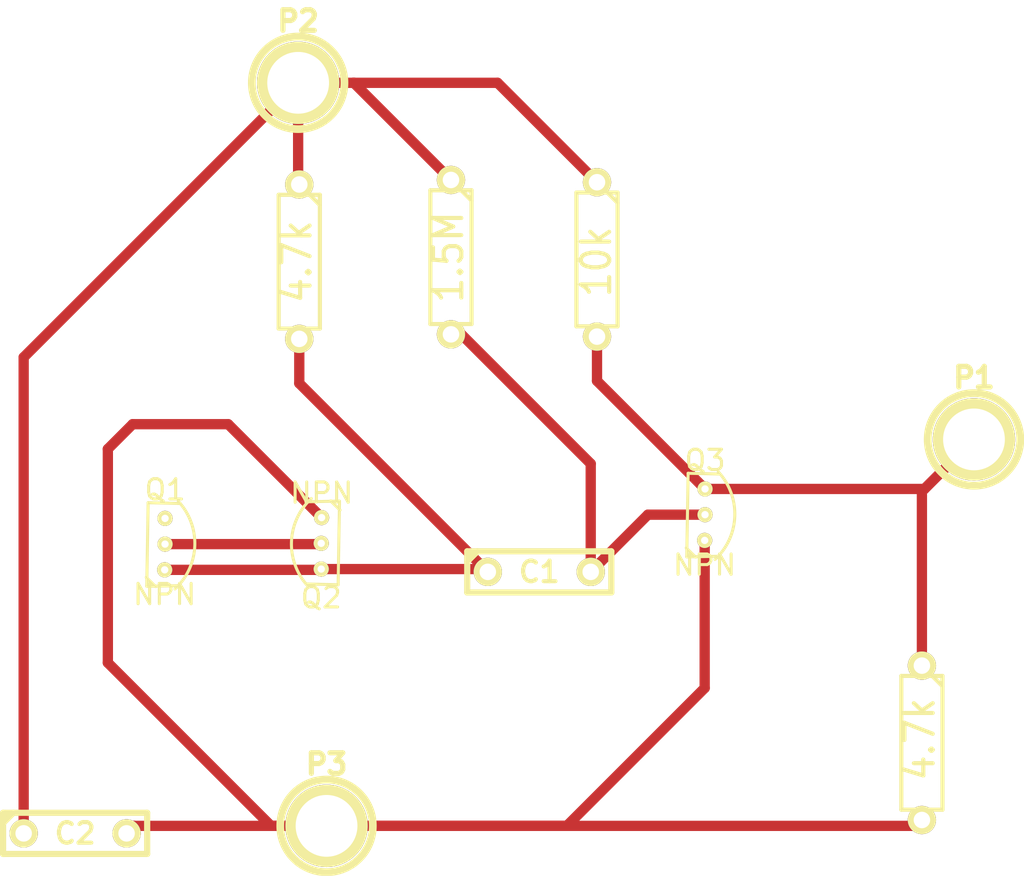
<source format=kicad_pcb>
(kicad_pcb (version 3) (host pcbnew "(2013-07-07 BZR 4022)-stable")

  (general
    (links 17)
    (no_connects 0)
    (area 0 0 0 0)
    (thickness 1.6)
    (drawings 0)
    (tracks 41)
    (zones 0)
    (modules 12)
    (nets 7)
  )

  (page A3)
  (layers
    (15 F.Cu signal)
    (0 B.Cu signal)
    (16 B.Adhes user)
    (17 F.Adhes user)
    (18 B.Paste user)
    (19 F.Paste user)
    (20 B.SilkS user)
    (21 F.SilkS user)
    (22 B.Mask user)
    (23 F.Mask user)
    (24 Dwgs.User user)
    (25 Cmts.User user)
    (26 Eco1.User user)
    (27 Eco2.User user)
    (28 Edge.Cuts user)
  )

  (setup
    (last_trace_width 0.508)
    (trace_clearance 0.254)
    (zone_clearance 0.508)
    (zone_45_only no)
    (trace_min 0.254)
    (segment_width 0.2)
    (edge_width 0.1)
    (via_size 0.889)
    (via_drill 0.635)
    (via_min_size 0.889)
    (via_min_drill 0.508)
    (uvia_size 0.508)
    (uvia_drill 0.127)
    (uvias_allowed no)
    (uvia_min_size 0.508)
    (uvia_min_drill 0.127)
    (pcb_text_width 0.3)
    (pcb_text_size 1.5 1.5)
    (mod_edge_width 0.15)
    (mod_text_size 1 1)
    (mod_text_width 0.15)
    (pad_size 0.75 0.75)
    (pad_drill 0.36)
    (pad_to_mask_clearance 0)
    (aux_axis_origin 0 0)
    (visible_elements FFFFFFBF)
    (pcbplotparams
      (layerselection 3178497)
      (usegerberextensions true)
      (excludeedgelayer true)
      (linewidth 0.150000)
      (plotframeref false)
      (viasonmask false)
      (mode 1)
      (useauxorigin false)
      (hpglpennumber 1)
      (hpglpenspeed 20)
      (hpglpendiameter 15)
      (hpglpenoverlay 2)
      (psnegative false)
      (psa4output false)
      (plotreference true)
      (plotvalue true)
      (plotothertext true)
      (plotinvisibletext false)
      (padsonsilk false)
      (subtractmaskfromsilk false)
      (outputformat 1)
      (mirror false)
      (drillshape 1)
      (scaleselection 1)
      (outputdirectory ""))
  )

  (net 0 "")
  (net 1 N-000001)
  (net 2 N-000002)
  (net 3 N-000003)
  (net 4 N-000004)
  (net 5 N-000006)
  (net 6 N-000007)

  (net_class Default "This is the default net class."
    (clearance 0.254)
    (trace_width 0.508)
    (via_dia 0.889)
    (via_drill 0.635)
    (uvia_dia 0.508)
    (uvia_drill 0.127)
    (add_net "")
    (add_net N-000001)
    (add_net N-000002)
    (add_net N-000003)
    (add_net N-000004)
    (add_net N-000006)
    (add_net N-000007)
  )

  (module R3 (layer F.Cu) (tedit 4E4C0E65) (tstamp 54BF549D)
    (at 195.3006 145.06448 270)
    (descr "Resitance 3 pas")
    (tags R)
    (path /54BF345A)
    (autoplace_cost180 10)
    (fp_text reference R1 (at 0 0.127 270) (layer F.SilkS) hide
      (effects (font (size 1.397 1.27) (thickness 0.2032)))
    )
    (fp_text value 4.7k (at 0 0.127 270) (layer F.SilkS)
      (effects (font (size 1.397 1.27) (thickness 0.2032)))
    )
    (fp_line (start -3.81 0) (end -3.302 0) (layer F.SilkS) (width 0.2032))
    (fp_line (start 3.81 0) (end 3.302 0) (layer F.SilkS) (width 0.2032))
    (fp_line (start 3.302 0) (end 3.302 -1.016) (layer F.SilkS) (width 0.2032))
    (fp_line (start 3.302 -1.016) (end -3.302 -1.016) (layer F.SilkS) (width 0.2032))
    (fp_line (start -3.302 -1.016) (end -3.302 1.016) (layer F.SilkS) (width 0.2032))
    (fp_line (start -3.302 1.016) (end 3.302 1.016) (layer F.SilkS) (width 0.2032))
    (fp_line (start 3.302 1.016) (end 3.302 0) (layer F.SilkS) (width 0.2032))
    (fp_line (start -3.302 -0.508) (end -2.794 -1.016) (layer F.SilkS) (width 0.2032))
    (pad 1 thru_hole circle (at -3.81 0 270) (size 1.397 1.397) (drill 0.8128)
      (layers *.Cu *.Mask F.SilkS)
      (net 6 N-000007)
    )
    (pad 2 thru_hole circle (at 3.81 0 270) (size 1.397 1.397) (drill 0.8128)
      (layers *.Cu *.Mask F.SilkS)
      (net 3 N-000003)
    )
    (model discret/resistor.wrl
      (at (xyz 0 0 0))
      (scale (xyz 0.3 0.3 0.3))
      (rotate (xyz 0 0 0))
    )
  )

  (module R3 (layer F.Cu) (tedit 4E4C0E65) (tstamp 54BF54AB)
    (at 202.78852 144.84096 270)
    (descr "Resitance 3 pas")
    (tags R)
    (path /54BF3493)
    (autoplace_cost180 10)
    (fp_text reference R2 (at 0 0.127 270) (layer F.SilkS) hide
      (effects (font (size 1.397 1.27) (thickness 0.2032)))
    )
    (fp_text value 1.5M (at 0 0.127 270) (layer F.SilkS)
      (effects (font (size 1.397 1.27) (thickness 0.2032)))
    )
    (fp_line (start -3.81 0) (end -3.302 0) (layer F.SilkS) (width 0.2032))
    (fp_line (start 3.81 0) (end 3.302 0) (layer F.SilkS) (width 0.2032))
    (fp_line (start 3.302 0) (end 3.302 -1.016) (layer F.SilkS) (width 0.2032))
    (fp_line (start 3.302 -1.016) (end -3.302 -1.016) (layer F.SilkS) (width 0.2032))
    (fp_line (start -3.302 -1.016) (end -3.302 1.016) (layer F.SilkS) (width 0.2032))
    (fp_line (start -3.302 1.016) (end 3.302 1.016) (layer F.SilkS) (width 0.2032))
    (fp_line (start 3.302 1.016) (end 3.302 0) (layer F.SilkS) (width 0.2032))
    (fp_line (start -3.302 -0.508) (end -2.794 -1.016) (layer F.SilkS) (width 0.2032))
    (pad 1 thru_hole circle (at -3.81 0 270) (size 1.397 1.397) (drill 0.8128)
      (layers *.Cu *.Mask F.SilkS)
      (net 6 N-000007)
    )
    (pad 2 thru_hole circle (at 3.81 0 270) (size 1.397 1.397) (drill 0.8128)
      (layers *.Cu *.Mask F.SilkS)
      (net 4 N-000004)
    )
    (model discret/resistor.wrl
      (at (xyz 0 0 0))
      (scale (xyz 0.3 0.3 0.3))
      (rotate (xyz 0 0 0))
    )
  )

  (module R3 (layer F.Cu) (tedit 54BF3773) (tstamp 54BF54B9)
    (at 209.99704 144.95272 270)
    (descr "Resitance 3 pas")
    (tags R)
    (path /54BF34A2)
    (autoplace_cost180 10)
    (fp_text reference R3 (at 0 0.127 270) (layer F.SilkS) hide
      (effects (font (size 1.397 1.27) (thickness 0.2032)))
    )
    (fp_text value 10k (at 0.11684 0.03556 270) (layer F.SilkS)
      (effects (font (size 1.397 1.27) (thickness 0.2032)))
    )
    (fp_line (start -3.81 0) (end -3.302 0) (layer F.SilkS) (width 0.2032))
    (fp_line (start 3.81 0) (end 3.302 0) (layer F.SilkS) (width 0.2032))
    (fp_line (start 3.302 0) (end 3.302 -1.016) (layer F.SilkS) (width 0.2032))
    (fp_line (start 3.302 -1.016) (end -3.302 -1.016) (layer F.SilkS) (width 0.2032))
    (fp_line (start -3.302 -1.016) (end -3.302 1.016) (layer F.SilkS) (width 0.2032))
    (fp_line (start -3.302 1.016) (end 3.302 1.016) (layer F.SilkS) (width 0.2032))
    (fp_line (start 3.302 1.016) (end 3.302 0) (layer F.SilkS) (width 0.2032))
    (fp_line (start -3.302 -0.508) (end -2.794 -1.016) (layer F.SilkS) (width 0.2032))
    (pad 1 thru_hole circle (at -3.81 0 270) (size 1.397 1.397) (drill 0.8128)
      (layers *.Cu *.Mask F.SilkS)
      (net 6 N-000007)
    )
    (pad 2 thru_hole circle (at 3.81 0 270) (size 1.397 1.397) (drill 0.8128)
      (layers *.Cu *.Mask F.SilkS)
      (net 5 N-000006)
    )
    (model discret/resistor.wrl
      (at (xyz 0 0 0))
      (scale (xyz 0.3 0.3 0.3))
      (rotate (xyz 0 0 0))
    )
  )

  (module R3 (layer F.Cu) (tedit 54BF37C4) (tstamp 54BF54C7)
    (at 226.0346 168.81348 270)
    (descr "Resitance 3 pas")
    (tags R)
    (path /54BF3630)
    (autoplace_cost180 10)
    (fp_text reference R4 (at 0 0.127 270) (layer F.SilkS) hide
      (effects (font (size 1.397 1.27) (thickness 0.2032)))
    )
    (fp_text value 4.7k (at -0.17272 0.1016 270) (layer F.SilkS)
      (effects (font (size 1.397 1.27) (thickness 0.2032)))
    )
    (fp_line (start -3.81 0) (end -3.302 0) (layer F.SilkS) (width 0.2032))
    (fp_line (start 3.81 0) (end 3.302 0) (layer F.SilkS) (width 0.2032))
    (fp_line (start 3.302 0) (end 3.302 -1.016) (layer F.SilkS) (width 0.2032))
    (fp_line (start 3.302 -1.016) (end -3.302 -1.016) (layer F.SilkS) (width 0.2032))
    (fp_line (start -3.302 -1.016) (end -3.302 1.016) (layer F.SilkS) (width 0.2032))
    (fp_line (start -3.302 1.016) (end 3.302 1.016) (layer F.SilkS) (width 0.2032))
    (fp_line (start 3.302 1.016) (end 3.302 0) (layer F.SilkS) (width 0.2032))
    (fp_line (start -3.302 -0.508) (end -2.794 -1.016) (layer F.SilkS) (width 0.2032))
    (pad 1 thru_hole circle (at -3.81 0 270) (size 1.397 1.397) (drill 0.8128)
      (layers *.Cu *.Mask F.SilkS)
      (net 5 N-000006)
    )
    (pad 2 thru_hole circle (at 3.81 0 270) (size 1.397 1.397) (drill 0.8128)
      (layers *.Cu *.Mask F.SilkS)
      (net 1 N-000001)
    )
    (model discret/resistor.wrl
      (at (xyz 0 0 0))
      (scale (xyz 0.3 0.3 0.3))
      (rotate (xyz 0 0 0))
    )
  )

  (module C2 (layer F.Cu) (tedit 200000) (tstamp 54BF54D2)
    (at 207.14716 160.3756)
    (descr "Condensateur = 2 pas")
    (tags C)
    (path /54BF3469)
    (fp_text reference C1 (at 0 0) (layer F.SilkS)
      (effects (font (size 1.016 1.016) (thickness 0.2032)))
    )
    (fp_text value 0.1uf (at 0 0) (layer F.SilkS) hide
      (effects (font (size 1.016 1.016) (thickness 0.2032)))
    )
    (fp_line (start -3.556 -1.016) (end 3.556 -1.016) (layer F.SilkS) (width 0.3048))
    (fp_line (start 3.556 -1.016) (end 3.556 1.016) (layer F.SilkS) (width 0.3048))
    (fp_line (start 3.556 1.016) (end -3.556 1.016) (layer F.SilkS) (width 0.3048))
    (fp_line (start -3.556 1.016) (end -3.556 -1.016) (layer F.SilkS) (width 0.3048))
    (fp_line (start -3.556 -0.508) (end -3.048 -1.016) (layer F.SilkS) (width 0.3048))
    (pad 1 thru_hole circle (at -2.54 0) (size 1.397 1.397) (drill 0.8128)
      (layers *.Cu *.Mask F.SilkS)
      (net 3 N-000003)
    )
    (pad 2 thru_hole circle (at 2.54 0) (size 1.397 1.397) (drill 0.8128)
      (layers *.Cu *.Mask F.SilkS)
      (net 4 N-000004)
    )
    (model discret/capa_2pas_5x5mm.wrl
      (at (xyz 0 0 0))
      (scale (xyz 1 1 1))
      (rotate (xyz 0 0 0))
    )
  )

  (module C2 (layer F.Cu) (tedit 200000) (tstamp 54BF54DD)
    (at 184.23636 173.28388)
    (descr "Condensateur = 2 pas")
    (tags C)
    (path /54BF34FF)
    (fp_text reference C2 (at 0 0) (layer F.SilkS)
      (effects (font (size 1.016 1.016) (thickness 0.2032)))
    )
    (fp_text value 10uf (at 0 0) (layer F.SilkS) hide
      (effects (font (size 1.016 1.016) (thickness 0.2032)))
    )
    (fp_line (start -3.556 -1.016) (end 3.556 -1.016) (layer F.SilkS) (width 0.3048))
    (fp_line (start 3.556 -1.016) (end 3.556 1.016) (layer F.SilkS) (width 0.3048))
    (fp_line (start 3.556 1.016) (end -3.556 1.016) (layer F.SilkS) (width 0.3048))
    (fp_line (start -3.556 1.016) (end -3.556 -1.016) (layer F.SilkS) (width 0.3048))
    (fp_line (start -3.556 -0.508) (end -3.048 -1.016) (layer F.SilkS) (width 0.3048))
    (pad 1 thru_hole circle (at -2.54 0) (size 1.397 1.397) (drill 0.8128)
      (layers *.Cu *.Mask F.SilkS)
      (net 6 N-000007)
    )
    (pad 2 thru_hole circle (at 2.54 0) (size 1.397 1.397) (drill 0.8128)
      (layers *.Cu *.Mask F.SilkS)
      (net 1 N-000001)
    )
    (model discret/capa_2pas_5x5mm.wrl
      (at (xyz 0 0 0))
      (scale (xyz 1 1 1))
      (rotate (xyz 0 0 0))
    )
  )

  (module 2n3904 (layer F.Cu) (tedit 54BF3354) (tstamp 54BF54EA)
    (at 188.65088 158.9786 180)
    (path /54BF3405)
    (fp_text reference Q1 (at -0.0254 2.65684 180) (layer F.SilkS)
      (effects (font (size 1 1) (thickness 0.15)))
    )
    (fp_text value NPN (at -0.00254 -2.51206 180) (layer F.SilkS)
      (effects (font (size 1 1) (thickness 0.15)))
    )
    (fp_line (start 0.43942 -2.12598) (end 0.90424 -1.66878) (layer F.SilkS) (width 0.15))
    (fp_arc (start 1.56464 0.00508) (end -0.67818 2.08534) (angle 90) (layer F.SilkS) (width 0.15))
    (fp_line (start 0.87884 -2.11074) (end -0.77978 -2.07772) (layer F.SilkS) (width 0.15))
    (fp_line (start 0.87884 -2.10058) (end 0.81026 2.01676) (layer F.SilkS) (width 0.15))
    (fp_line (start 0.81026 2.01676) (end -0.67818 1.9812) (layer F.SilkS) (width 0.15))
    (fp_line (start -0.67818 1.9812) (end -0.70104 1.9812) (layer F.SilkS) (width 0.15))
    (pad 1 thru_hole circle (at -0.00635 -1.29667 90) (size 0.75 0.75) (drill 0.36)
      (layers *.Cu *.Mask F.SilkS)
      (net 3 N-000003)
    )
    (pad 2 thru_hole circle (at -0.02413 -0.02667 90) (size 0.75 0.75) (drill 0.36)
      (layers *.Cu *.Mask F.SilkS)
      (net 2 N-000002)
    )
    (pad 3 thru_hole circle (at -0.02413 1.24333 90) (size 0.75 0.75) (drill 0.36)
      (layers *.Cu *.Mask F.SilkS)
    )
  )

  (module 2n3904 (layer F.Cu) (tedit 54BF3354) (tstamp 54BF54F7)
    (at 196.40804 158.99384)
    (path /54BF3414)
    (fp_text reference Q2 (at -0.0254 2.65684) (layer F.SilkS)
      (effects (font (size 1 1) (thickness 0.15)))
    )
    (fp_text value NPN (at -0.00254 -2.51206) (layer F.SilkS)
      (effects (font (size 1 1) (thickness 0.15)))
    )
    (fp_line (start 0.43942 -2.12598) (end 0.90424 -1.66878) (layer F.SilkS) (width 0.15))
    (fp_arc (start 1.56464 0.00508) (end -0.67818 2.08534) (angle 90) (layer F.SilkS) (width 0.15))
    (fp_line (start 0.87884 -2.11074) (end -0.77978 -2.07772) (layer F.SilkS) (width 0.15))
    (fp_line (start 0.87884 -2.10058) (end 0.81026 2.01676) (layer F.SilkS) (width 0.15))
    (fp_line (start 0.81026 2.01676) (end -0.67818 1.9812) (layer F.SilkS) (width 0.15))
    (fp_line (start -0.67818 1.9812) (end -0.70104 1.9812) (layer F.SilkS) (width 0.15))
    (pad 1 thru_hole circle (at -0.00635 -1.29667 270) (size 0.75 0.75) (drill 0.36)
      (layers *.Cu *.Mask F.SilkS)
      (net 1 N-000001)
    )
    (pad 2 thru_hole circle (at -0.02413 -0.02667 270) (size 0.75 0.75) (drill 0.36)
      (layers *.Cu *.Mask F.SilkS)
      (net 2 N-000002)
    )
    (pad 3 thru_hole circle (at -0.02413 1.24333 270) (size 0.75 0.75) (drill 0.36)
      (layers *.Cu *.Mask F.SilkS)
      (net 3 N-000003)
    )
  )

  (module 2n3904 (layer F.Cu) (tedit 54BF3354) (tstamp 54BF5504)
    (at 215.30564 157.52572 180)
    (path /54BF35DB)
    (fp_text reference Q3 (at -0.0254 2.65684 180) (layer F.SilkS)
      (effects (font (size 1 1) (thickness 0.15)))
    )
    (fp_text value NPN (at -0.00254 -2.51206 180) (layer F.SilkS)
      (effects (font (size 1 1) (thickness 0.15)))
    )
    (fp_line (start 0.43942 -2.12598) (end 0.90424 -1.66878) (layer F.SilkS) (width 0.15))
    (fp_arc (start 1.56464 0.00508) (end -0.67818 2.08534) (angle 90) (layer F.SilkS) (width 0.15))
    (fp_line (start 0.87884 -2.11074) (end -0.77978 -2.07772) (layer F.SilkS) (width 0.15))
    (fp_line (start 0.87884 -2.10058) (end 0.81026 2.01676) (layer F.SilkS) (width 0.15))
    (fp_line (start 0.81026 2.01676) (end -0.67818 1.9812) (layer F.SilkS) (width 0.15))
    (fp_line (start -0.67818 1.9812) (end -0.70104 1.9812) (layer F.SilkS) (width 0.15))
    (pad 1 thru_hole circle (at -0.00635 -1.29667 90) (size 0.75 0.75) (drill 0.36)
      (layers *.Cu *.Mask F.SilkS)
      (net 1 N-000001)
    )
    (pad 2 thru_hole circle (at -0.02413 -0.02667 90) (size 0.75 0.75) (drill 0.36)
      (layers *.Cu *.Mask F.SilkS)
      (net 4 N-000004)
    )
    (pad 3 thru_hole circle (at -0.02413 1.24333 90) (size 0.75 0.75) (drill 0.36)
      (layers *.Cu *.Mask F.SilkS)
      (net 5 N-000006)
    )
  )

  (module 1pin (layer F.Cu) (tedit 200000) (tstamp 54BF550A)
    (at 228.60508 153.83764)
    (descr "module 1 pin (ou trou mecanique de percage)")
    (tags DEV)
    (path /54BF374D)
    (fp_text reference P1 (at 0 -3.048) (layer F.SilkS)
      (effects (font (size 1.016 1.016) (thickness 0.254)))
    )
    (fp_text value CONN_1 (at 0 2.794) (layer F.SilkS) hide
      (effects (font (size 1.016 1.016) (thickness 0.254)))
    )
    (fp_circle (center 0 0) (end 0 -2.286) (layer F.SilkS) (width 0.381))
    (pad 1 thru_hole circle (at 0 0) (size 4.064 4.064) (drill 3.048)
      (layers *.Cu *.Mask F.SilkS)
      (net 5 N-000006)
    )
  )

  (module 1pin (layer F.Cu) (tedit 200000) (tstamp 54BF5510)
    (at 196.6468 172.91304)
    (descr "module 1 pin (ou trou mecanique de percage)")
    (tags DEV)
    (path /54BF3A79)
    (fp_text reference P3 (at 0 -3.048) (layer F.SilkS)
      (effects (font (size 1.016 1.016) (thickness 0.254)))
    )
    (fp_text value CONN_1 (at 0 2.794) (layer F.SilkS) hide
      (effects (font (size 1.016 1.016) (thickness 0.254)))
    )
    (fp_circle (center 0 0) (end 0 -2.286) (layer F.SilkS) (width 0.381))
    (pad 1 thru_hole circle (at 0 0) (size 4.064 4.064) (drill 3.048)
      (layers *.Cu *.Mask F.SilkS)
      (net 1 N-000001)
    )
  )

  (module 1pin (layer F.Cu) (tedit 200000) (tstamp 54BF5516)
    (at 195.24472 136.23544)
    (descr "module 1 pin (ou trou mecanique de percage)")
    (tags DEV)
    (path /54BF3A88)
    (fp_text reference P2 (at 0 -3.048) (layer F.SilkS)
      (effects (font (size 1.016 1.016) (thickness 0.254)))
    )
    (fp_text value CONN_1 (at 0 2.794) (layer F.SilkS) hide
      (effects (font (size 1.016 1.016) (thickness 0.254)))
    )
    (fp_circle (center 0 0) (end 0 -2.286) (layer F.SilkS) (width 0.381))
    (pad 1 thru_hole circle (at 0 0) (size 4.064 4.064) (drill 3.048)
      (layers *.Cu *.Mask F.SilkS)
      (net 6 N-000007)
    )
  )

  (segment (start 196.6468 172.91304) (end 193.9036 172.91304) (width 0.508) (layer F.Cu) (net 1) (status 400000))
  (segment (start 191.79032 153.0858) (end 196.40169 157.69717) (width 0.508) (layer F.Cu) (net 1) (tstamp 54BF577C) (status 800000))
  (segment (start 187.07608 153.0858) (end 191.79032 153.0858) (width 0.508) (layer F.Cu) (net 1) (tstamp 54BF577B))
  (segment (start 185.8518 154.31008) (end 187.07608 153.0858) (width 0.508) (layer F.Cu) (net 1) (tstamp 54BF5779))
  (segment (start 185.8518 164.86124) (end 185.8518 154.31008) (width 0.508) (layer F.Cu) (net 1) (tstamp 54BF5777))
  (segment (start 193.9036 172.91304) (end 185.8518 164.86124) (width 0.508) (layer F.Cu) (net 1) (tstamp 54BF5775))
  (segment (start 215.31199 158.82239) (end 215.31199 166.10965) (width 0.508) (layer F.Cu) (net 1) (status 400000))
  (segment (start 208.5086 172.91304) (end 196.6468 172.91304) (width 0.508) (layer F.Cu) (net 1) (tstamp 54BF5758) (status 800000))
  (segment (start 215.31199 166.10965) (end 208.5086 172.91304) (width 0.508) (layer F.Cu) (net 1) (tstamp 54BF5756))
  (segment (start 196.6468 172.91304) (end 225.74504 172.91304) (width 0.508) (layer F.Cu) (net 1) (status C00000))
  (segment (start 225.74504 172.91304) (end 226.0346 172.62348) (width 0.508) (layer F.Cu) (net 1) (tstamp 54BF5753) (status C00000))
  (segment (start 196.6468 172.91304) (end 187.1472 172.91304) (width 0.508) (layer F.Cu) (net 1) (status C00000))
  (segment (start 187.1472 172.91304) (end 186.77636 173.28388) (width 0.508) (layer F.Cu) (net 1) (tstamp 54BF5736) (status C00000))
  (segment (start 188.67501 159.00527) (end 196.34581 159.00527) (width 0.508) (layer F.Cu) (net 2) (status C00000))
  (segment (start 196.34581 159.00527) (end 196.38391 158.96717) (width 0.508) (layer F.Cu) (net 2) (tstamp 54BF574A) (status C00000))
  (segment (start 195.3006 148.87448) (end 195.3006 151.06904) (width 0.508) (layer F.Cu) (net 3) (status 400000))
  (segment (start 195.3006 151.06904) (end 204.60716 160.3756) (width 0.508) (layer F.Cu) (net 3) (tstamp 54BF5771) (status 800000))
  (segment (start 196.38391 160.23717) (end 204.46873 160.23717) (width 0.508) (layer F.Cu) (net 3) (status C00000))
  (segment (start 204.46873 160.23717) (end 204.60716 160.3756) (width 0.508) (layer F.Cu) (net 3) (tstamp 54BF5750) (status C00000))
  (segment (start 188.65723 160.27527) (end 196.34581 160.27527) (width 0.508) (layer F.Cu) (net 3) (status C00000))
  (segment (start 196.34581 160.27527) (end 196.38391 160.23717) (width 0.508) (layer F.Cu) (net 3) (tstamp 54BF574D) (status C00000))
  (segment (start 215.32977 157.55239) (end 212.51037 157.55239) (width 0.508) (layer F.Cu) (net 4) (status 400000))
  (segment (start 212.51037 157.55239) (end 209.68716 160.3756) (width 0.508) (layer F.Cu) (net 4) (tstamp 54BF576D) (status 800000))
  (segment (start 202.78852 148.65096) (end 203.3016 148.65096) (width 0.508) (layer F.Cu) (net 4) (status C00000))
  (segment (start 209.68716 155.03652) (end 209.68716 160.3756) (width 0.508) (layer F.Cu) (net 4) (tstamp 54BF5769) (status 800000))
  (segment (start 203.3016 148.65096) (end 209.68716 155.03652) (width 0.508) (layer F.Cu) (net 4) (tstamp 54BF5768) (status 400000))
  (segment (start 209.99704 148.76272) (end 209.99704 150.94966) (width 0.508) (layer F.Cu) (net 5) (status 400000))
  (segment (start 209.99704 150.94966) (end 215.32977 156.28239) (width 0.508) (layer F.Cu) (net 5) (tstamp 54BF5764) (status 800000))
  (segment (start 215.32977 156.28239) (end 226.16033 156.28239) (width 0.508) (layer F.Cu) (net 5) (status 400000))
  (segment (start 226.16033 156.28239) (end 228.60508 153.83764) (width 0.508) (layer F.Cu) (net 5) (tstamp 54BF5760) (status 800000))
  (segment (start 226.0346 165.00348) (end 226.0346 156.40812) (width 0.508) (layer F.Cu) (net 5) (status 400000))
  (segment (start 226.0346 156.40812) (end 228.60508 153.83764) (width 0.508) (layer F.Cu) (net 5) (tstamp 54BF575C) (status 800000))
  (segment (start 197.98284 136.23544) (end 205.08976 136.23544) (width 0.508) (layer F.Cu) (net 6))
  (segment (start 205.08976 136.23544) (end 209.99704 141.14272) (width 0.508) (layer F.Cu) (net 6) (tstamp 54BF5746) (status 800000))
  (segment (start 195.24472 136.23544) (end 197.98284 136.23544) (width 0.508) (layer F.Cu) (net 6) (status 400000))
  (segment (start 197.98284 136.23544) (end 197.993 136.23544) (width 0.508) (layer F.Cu) (net 6) (tstamp 54BF5744))
  (segment (start 197.993 136.23544) (end 202.78852 141.03096) (width 0.508) (layer F.Cu) (net 6) (tstamp 54BF5740) (status 800000))
  (segment (start 195.24472 136.23544) (end 195.24472 141.1986) (width 0.508) (layer F.Cu) (net 6) (status C00000))
  (segment (start 195.24472 141.1986) (end 195.3006 141.25448) (width 0.508) (layer F.Cu) (net 6) (tstamp 54BF573D) (status C00000))
  (segment (start 181.69636 173.28388) (end 181.69636 149.7838) (width 0.508) (layer F.Cu) (net 6) (status 400000))
  (segment (start 181.69636 149.7838) (end 195.24472 136.23544) (width 0.508) (layer F.Cu) (net 6) (tstamp 54BF5739) (status 800000))

)

</source>
